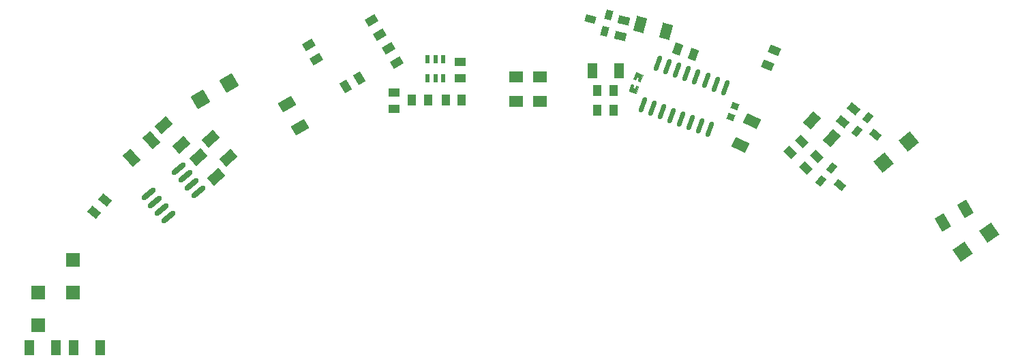
<source format=gbp>
G04 Layer: BottomPasteMaskLayer*
G04 EasyEDA Pro v1.9.29.eba1c1, 2023-03-01 16:56:33*
G04 Gerber Generator version 0.3*
G04 Scale: 100 percent, Rotated: No, Reflected: No*
G04 Dimensions in millimeters*
G04 Leading zeros omitted, absolute positions, 3 integers and 3 decimals*
%FSLAX33Y33*%
%MOMM*%
%AMRect*21,1,$1,$2,0,0,$3*%
%AMOval*1,1,$1,$2,$3*1,1,$1,$4,$5*20,1,$1,$2,$3,$4,$5,0*%
%ADD10C,0.0254*%
%ADD11R,1.3X1.899999*%
%ADD12Rect,1.3X1.899999X-138.0*%
%ADD13Rect,1.3X1.899999X132.0*%
%ADD14Rect,1.3X1.899999X165.0*%
%ADD15Rect,1.3X1.899999X138.0*%
%ADD16Rect,1.3X1.899999X-150.0*%
%ADD17R,1.4X1.000001*%
%ADD18Rect,1.4X1.000001X30.0*%
%ADD19R,1.000001X1.4*%
%ADD20R,1.000001X1.4*%
%ADD21Rect,1.4X1.000001X-40.0*%
%ADD22Rect,1.4X1.000001X-150.0*%
%ADD23Rect,1.4X1.000001X167.0*%
%ADD24Rect,1.4X1.000001X135.0*%
%ADD25Rect,1.4X1.000001X140.0*%
%ADD26Rect,1.4X1.000001X300.0*%
%ADD27Rect,1.3X1.899999X120.0*%
%ADD28R,1.799999X1.799999*%
%ADD29Rect,1.799999X1.799999X-150.0*%
%ADD30Rect,1.799999X1.799999X40.0*%
%ADD31Rect,1.799999X1.799999X35.0*%
%ADD32Oval,0.700001X-0.536231X-0.449951X0.536231X0.449951*%
%ADD33Rect,0.850001X1.2X140.0*%
%ADD34Rect,1.3X0.900001X140.0*%
%ADD35Rect,0.850001X1.2X-15.0*%
%ADD36Rect,1.3X0.900001X-15.0*%
%ADD37Rect,1.4X1.000001X157.0*%
%ADD38R,1.699999X1.45*%
%ADD39R,1.000001X1.4*%
%ADD40Oval,0.573989X0.25036X0.687857X-0.25036X-0.687857*%
%ADD41Rect,1.3X1.899999X-115.0*%
%ADD42Rect,0.799998X0.899998X70.0*%
%ADD43R,0.532003X1.072007*%
%ADD44Rect,1.4X1.000001X70.0*%
G75*


G04 PolygonModel Start*
G36*
G01X690937Y610663D02*
G01X691211Y611415D01*
G01X691275Y611445D01*
G01X691489Y611367D01*
G01X691363Y611019D01*
G01X691673Y610906D01*
G01X691799Y611254D01*
G01X692027Y611171D01*
G01X692057Y611107D01*
G01X691783Y610355D01*
G01X691719Y610325D01*
G01X690967Y610599D01*
G01X690937Y610663D01*
G37*
G54D10*
G01X690937Y610663D02*
G01X691211Y611415D01*
G01X691275Y611445D01*
G01X691489Y611367D01*
G01X691363Y611019D01*
G01X691673Y610906D01*
G01X691799Y611254D01*
G01X692027Y611171D01*
G01X692057Y611107D01*
G01X691783Y610355D01*
G01X691719Y610325D01*
G01X690967Y610599D01*
G01X690937Y610663D01*
G36*
G01X691515Y612102D02*
G01X691729Y612024D01*
G01X691859Y612381D01*
G01X692169Y612269D01*
G01X692039Y611912D01*
G01X692266Y611829D01*
G01X692330Y611859D01*
G01X692601Y612601D01*
G01X692571Y612665D01*
G01X691819Y612939D01*
G01X691755Y612909D01*
G01X691485Y612166D01*
G01X691515Y612102D01*
G37*
G01X691515Y612102D02*
G01X691729Y612024D01*
G01X691859Y612381D01*
G01X692169Y612269D01*
G01X692039Y611912D01*
G01X692266Y611829D01*
G01X692330Y611859D01*
G01X692601Y612601D01*
G01X692571Y612665D01*
G01X691819Y612939D01*
G01X691755Y612909D01*
G01X691485Y612166D01*
G01X691515Y612102D01*
G04 PolygonModel End*

G04 Pad Start*
G54D11*
G01X616478Y578688D03*
G01X619768Y578688D03*
G01X621954Y578688D03*
G01X625244Y578688D03*
G54D12*
G01X629128Y602274D03*
G01X631573Y604475D03*
G54D13*
G01X637472Y602420D03*
G01X639673Y599975D03*
G01X638990Y604716D03*
G01X641191Y602271D03*
G01X633148Y606389D03*
G01X635350Y603944D03*
G54D11*
G01X686365Y613154D03*
G01X689655Y613154D03*
G54D14*
G01X692321Y618931D03*
G01X695499Y618079D03*
G54D15*
G01X713659Y606992D03*
G01X716104Y604791D03*
G54D16*
G01X729864Y594292D03*
G01X732713Y595936D03*
G54D17*
G01X661718Y610463D03*
G01X661718Y608443D03*
G54D18*
G01X661060Y615925D03*
G01X662070Y614176D03*
G54D19*
G01X665962Y609552D03*
G01X663942Y609552D03*
G54D20*
G01X670153Y609552D03*
G01X668133Y609552D03*
G54D21*
G01X625815Y597091D03*
G01X624517Y595544D03*
G54D22*
G01X652126Y614625D03*
G01X651116Y616374D03*
G01X659994Y617626D03*
G01X658984Y619375D03*
G54D23*
G01X689814Y617473D03*
G01X690269Y619440D03*
G54D24*
G01X710937Y602950D03*
G01X712365Y604378D03*
G01X712842Y601045D03*
G01X714270Y602473D03*
G54D25*
G01X717486Y606836D03*
G01X718784Y608383D03*
G54D26*
G01X657454Y612242D03*
G01X655705Y611232D03*
G54D27*
G01X648410Y609008D03*
G01X650055Y606159D03*
G54D28*
G01X617554Y585554D03*
G01X617580Y581509D03*
G01X621867Y589610D03*
G01X621894Y585565D03*
G54D29*
G01X637720Y609614D03*
G01X641210Y611660D03*
G54D30*
G01X725627Y604339D03*
G01X722546Y601718D03*
G54D31*
G01X735661Y593011D03*
G01X732362Y590669D03*
G54D32*
G01X631227Y597824D03*
G01X632043Y596851D03*
G01X632859Y595878D03*
G01X633676Y594905D03*
G01X637423Y598050D03*
G01X636607Y599023D03*
G01X635790Y599996D03*
G01X634974Y600968D03*
G54D33*
G01X719205Y605657D03*
G01X720557Y607268D03*
G54D34*
G01X721543Y605191D03*
G54D35*
G01X688441Y620128D03*
G01X687896Y618096D03*
G54D36*
G01X686124Y619562D03*
G54D33*
G01X714760Y599434D03*
G01X716112Y601045D03*
G54D34*
G01X717098Y598968D03*
G54D37*
G01X708159Y613826D03*
G01X708948Y615685D03*
G54D38*
G01X679826Y609349D03*
G01X679826Y612359D03*
G54D39*
G01X686969Y608251D03*
G01X688989Y608251D03*
G01X686969Y610664D03*
G01X688989Y610664D03*
G54D38*
G01X676905Y609349D03*
G01X676905Y612359D03*
G54D40*
G01X694508Y614103D03*
G01X695702Y613669D03*
G01X696895Y613235D03*
G01X698088Y612800D03*
G01X699282Y612366D03*
G01X700475Y611932D03*
G01X701669Y611497D03*
G01X702862Y611063D03*
G01X692614Y608899D03*
G01X693807Y608465D03*
G01X695001Y608030D03*
G01X696194Y607596D03*
G01X697388Y607162D03*
G01X698581Y606727D03*
G01X699774Y606293D03*
G01X700968Y605859D03*
G54D41*
G01X704759Y603942D03*
G01X706150Y606924D03*
G54D42*
G01X704073Y608734D03*
G01X703595Y607418D03*
G54D43*
G01X667827Y612261D03*
G01X666877Y612261D03*
G01X665927Y612261D03*
G01X665927Y614559D03*
G01X666877Y614559D03*
G01X667827Y614559D03*
G54D17*
G01X669973Y614273D03*
G01X669973Y612253D03*
G54D44*
G01X696999Y615885D03*
G01X698897Y615194D03*
G04 Pad End*

M02*

</source>
